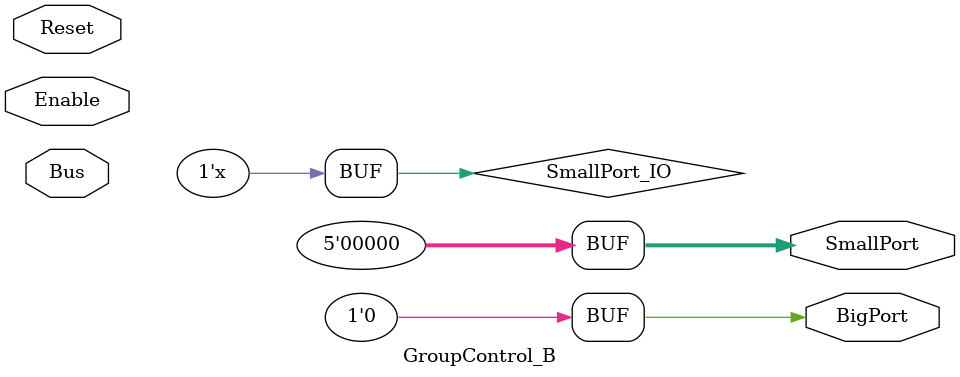
<source format=v>
`timescale 1ns / 1ps
module GroupControl_B(
    input Enable,
    input Reset,
    input [7:0] Bus,
    output BigPort,
    output [4:0] SmallPort
    );

	always @(Enable)
	begin
		if (Bus[7] == 1'b0 && Bus[3] == 1'b0)          // BSR Mode
		begin
			SmallPort[0] <= 1'b1;
			SmallPort[1] <= 1'b1;
			SmallPort[3:2] <= Bus[2:1];
			SmallPort[4] <= Bus[0];			
		end
		else if (Bus_Mode == 1'b1)
		begin
			BigPort <= ~Bus_IO[1];          // Send 1 For Output & 0 For Input .... Reversed than the datasheet because of a Stupid design choice 
			SmallPort_IO <= ~Bus_IO[0];     // Same Here ^_^
		end
	end

	always @(Reset)
	begin
	BigPort <= 0;
	SmallPort <= 5'b00000;
	end



endmodule

</source>
